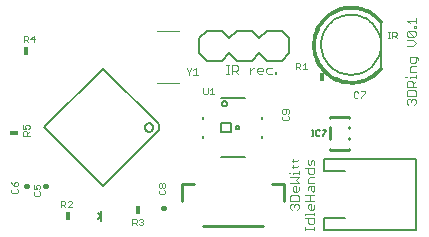
<source format=gto>
G75*
%MOIN*%
%OFA0B0*%
%FSLAX24Y24*%
%IPPOS*%
%LPD*%
%AMOC8*
5,1,8,0,0,1.08239X$1,22.5*
%
%ADD10C,0.0030*%
%ADD11C,0.0080*%
%ADD12C,0.0160*%
%ADD13C,0.0020*%
%ADD14R,0.0160X0.0280*%
%ADD15C,0.0060*%
%ADD16C,0.0040*%
%ADD17C,0.0100*%
%ADD18C,0.0050*%
%ADD19C,0.0010*%
%ADD20R,0.0280X0.0160*%
D10*
X010589Y005510D02*
X010685Y005510D01*
X010637Y005510D02*
X010637Y005800D01*
X010589Y005800D02*
X010685Y005800D01*
X010785Y005800D02*
X010930Y005800D01*
X010979Y005752D01*
X010979Y005655D01*
X010930Y005607D01*
X010785Y005607D01*
X010882Y005607D02*
X010979Y005510D01*
X010785Y005510D02*
X010785Y005800D01*
X011374Y005703D02*
X011374Y005510D01*
X011374Y005607D02*
X011471Y005703D01*
X011520Y005703D01*
X011620Y005655D02*
X011668Y005703D01*
X011765Y005703D01*
X011813Y005655D01*
X011813Y005607D01*
X011620Y005607D01*
X011620Y005655D02*
X011620Y005558D01*
X011668Y005510D01*
X011765Y005510D01*
X011915Y005558D02*
X011963Y005510D01*
X012108Y005510D01*
X012209Y005510D02*
X012258Y005510D01*
X012258Y005558D01*
X012209Y005558D01*
X012209Y005510D01*
X011915Y005558D02*
X011915Y005655D01*
X011963Y005703D01*
X012108Y005703D01*
X016559Y005419D02*
X016607Y005419D01*
X016704Y005419D02*
X016897Y005419D01*
X016897Y005467D02*
X016897Y005370D01*
X016704Y005370D02*
X016704Y005419D01*
X016704Y005567D02*
X016704Y005712D01*
X016752Y005760D01*
X016897Y005760D01*
X016849Y005861D02*
X016752Y005861D01*
X016704Y005910D01*
X016704Y006055D01*
X016946Y006055D01*
X016994Y006007D01*
X016994Y005958D01*
X016897Y005910D02*
X016849Y005861D01*
X016897Y005910D02*
X016897Y006055D01*
X016801Y006451D02*
X016607Y006451D01*
X016801Y006451D02*
X016897Y006547D01*
X016801Y006644D01*
X016607Y006644D01*
X016655Y006745D02*
X016607Y006794D01*
X016607Y006890D01*
X016655Y006939D01*
X016849Y006745D01*
X016897Y006794D01*
X016897Y006890D01*
X016849Y006939D01*
X016655Y006939D01*
X016849Y007040D02*
X016849Y007088D01*
X016897Y007088D01*
X016897Y007040D01*
X016849Y007040D01*
X016897Y007187D02*
X016897Y007381D01*
X016897Y007284D02*
X016607Y007284D01*
X016704Y007187D01*
X016655Y006745D02*
X016849Y006745D01*
X016897Y005567D02*
X016704Y005567D01*
X016752Y005269D02*
X016801Y005221D01*
X016801Y005076D01*
X016897Y005076D02*
X016607Y005076D01*
X016607Y005221D01*
X016655Y005269D01*
X016752Y005269D01*
X016801Y005172D02*
X016897Y005269D01*
X016849Y004974D02*
X016655Y004974D01*
X016607Y004926D01*
X016607Y004781D01*
X016897Y004781D01*
X016897Y004926D01*
X016849Y004974D01*
X016849Y004680D02*
X016897Y004631D01*
X016897Y004535D01*
X016849Y004486D01*
X016655Y004486D02*
X016607Y004535D01*
X016607Y004631D01*
X016655Y004680D01*
X016704Y004680D01*
X016752Y004631D01*
X016801Y004680D01*
X016849Y004680D01*
X016752Y004631D02*
X016752Y004583D01*
X013516Y002605D02*
X013468Y002653D01*
X013420Y002605D01*
X013420Y002508D01*
X013371Y002459D01*
X013323Y002508D01*
X013323Y002653D01*
X013516Y002605D02*
X013516Y002459D01*
X013516Y002358D02*
X013226Y002358D01*
X013323Y002358D02*
X013323Y002213D01*
X013371Y002165D01*
X013468Y002165D01*
X013516Y002213D01*
X013516Y002358D01*
X013516Y002064D02*
X013371Y002064D01*
X013323Y002015D01*
X013323Y001870D01*
X013516Y001870D01*
X013516Y001769D02*
X013371Y001769D01*
X013323Y001721D01*
X013323Y001624D01*
X013420Y001624D02*
X013420Y001769D01*
X013516Y001769D02*
X013516Y001624D01*
X013468Y001575D01*
X013420Y001624D01*
X013371Y001474D02*
X013371Y001281D01*
X013516Y001281D02*
X013226Y001281D01*
X013005Y001281D02*
X013005Y001426D01*
X012956Y001474D01*
X012763Y001474D01*
X012714Y001426D01*
X012714Y001281D01*
X013005Y001281D01*
X012956Y001180D02*
X013005Y001131D01*
X013005Y001035D01*
X012956Y000986D01*
X012860Y001083D02*
X012860Y001131D01*
X012908Y001180D01*
X012956Y001180D01*
X012860Y001131D02*
X012811Y001180D01*
X012763Y001180D01*
X012714Y001131D01*
X012714Y001035D01*
X012763Y000986D01*
X013226Y000838D02*
X013516Y000838D01*
X013516Y000790D02*
X013516Y000886D01*
X013468Y000986D02*
X013371Y000986D01*
X013323Y001035D01*
X013323Y001131D01*
X013371Y001180D01*
X013420Y001180D01*
X013420Y000986D01*
X013468Y000986D02*
X013516Y001035D01*
X013516Y001131D01*
X013516Y001474D02*
X013226Y001474D01*
X013005Y001624D02*
X012956Y001575D01*
X012860Y001575D01*
X012811Y001624D01*
X012811Y001721D01*
X012860Y001769D01*
X012908Y001769D01*
X012908Y001575D01*
X013005Y001624D02*
X013005Y001721D01*
X013005Y001870D02*
X012714Y001870D01*
X012908Y001967D02*
X013005Y002064D01*
X012714Y002064D01*
X012811Y002165D02*
X012811Y002213D01*
X013005Y002213D01*
X013005Y002165D02*
X013005Y002261D01*
X012811Y002361D02*
X012811Y002458D01*
X012763Y002410D02*
X012956Y002410D01*
X013005Y002458D01*
X012811Y002558D02*
X012811Y002654D01*
X012763Y002606D02*
X012956Y002606D01*
X013005Y002654D01*
X012714Y002213D02*
X012666Y002213D01*
X012908Y001967D02*
X013005Y001870D01*
X013226Y000838D02*
X013226Y000790D01*
X013226Y000689D02*
X013516Y000689D01*
X013516Y000543D01*
X013468Y000495D01*
X013371Y000495D01*
X013323Y000543D01*
X013323Y000689D01*
X013226Y000395D02*
X013226Y000299D01*
X013226Y000347D02*
X013516Y000347D01*
X013516Y000299D02*
X013516Y000395D01*
D11*
X013841Y000298D02*
X013841Y000692D01*
X014550Y000692D01*
X013841Y000298D02*
X016912Y000298D01*
X016912Y002660D01*
X013841Y002660D01*
X013841Y002267D01*
X014550Y002267D01*
X011794Y003369D02*
X011794Y003448D01*
X011010Y003673D02*
X010910Y003673D01*
X010910Y003773D01*
X011010Y003773D01*
X011010Y003673D01*
X010760Y003573D02*
X010410Y003573D01*
X010410Y003873D01*
X010760Y003873D01*
X010760Y003573D01*
X009826Y003448D02*
X009826Y003369D01*
X009826Y003999D02*
X009826Y004078D01*
X010446Y004511D02*
X010448Y004529D01*
X010454Y004547D01*
X010463Y004563D01*
X010475Y004576D01*
X010490Y004587D01*
X010507Y004595D01*
X010525Y004599D01*
X010543Y004599D01*
X010561Y004595D01*
X010578Y004587D01*
X010593Y004576D01*
X010605Y004563D01*
X010614Y004547D01*
X010620Y004529D01*
X010622Y004511D01*
X010620Y004493D01*
X010614Y004475D01*
X010605Y004459D01*
X010593Y004446D01*
X010578Y004435D01*
X010561Y004427D01*
X010543Y004423D01*
X010525Y004423D01*
X010507Y004427D01*
X010490Y004435D01*
X010475Y004446D01*
X010463Y004459D01*
X010454Y004475D01*
X010448Y004493D01*
X010446Y004511D01*
X010416Y004708D02*
X011204Y004708D01*
X011794Y004078D02*
X011794Y003999D01*
X011204Y002739D02*
X010416Y002739D01*
X006428Y000952D02*
X006428Y000771D01*
X006306Y000679D01*
X006428Y000589D02*
X006428Y000771D01*
X006422Y000781D02*
X006306Y000857D01*
X015747Y005729D02*
X015747Y007229D01*
X012680Y006690D02*
X012680Y006190D01*
X012430Y005940D01*
X011930Y005940D01*
X011680Y006190D01*
X011430Y005940D01*
X010930Y005940D01*
X010680Y006190D01*
X010430Y005940D01*
X009930Y005940D01*
X009680Y006190D01*
X009680Y006690D01*
X009930Y006940D01*
X010430Y006940D01*
X010680Y006690D01*
X010930Y006940D01*
X011430Y006940D01*
X011680Y006690D01*
X011930Y006940D01*
X012430Y006940D01*
X012680Y006690D01*
D12*
X004562Y001763D02*
X004538Y001763D01*
X003932Y001755D02*
X003908Y001755D01*
X008475Y001023D02*
X008499Y001023D01*
D13*
X003452Y001533D02*
X003415Y001570D01*
X003415Y001643D01*
X003452Y001680D01*
X003525Y001754D02*
X003525Y001864D01*
X003562Y001901D01*
X003598Y001901D01*
X003635Y001864D01*
X003635Y001791D01*
X003598Y001754D01*
X003525Y001754D01*
X003452Y001827D01*
X003415Y001901D01*
X003598Y001680D02*
X003635Y001643D01*
X003635Y001570D01*
X003598Y001533D01*
X003452Y001533D01*
X004166Y001555D02*
X004166Y001481D01*
X004202Y001444D01*
X004349Y001444D01*
X004386Y001481D01*
X004386Y001555D01*
X004349Y001591D01*
X004349Y001665D02*
X004386Y001702D01*
X004386Y001776D01*
X004349Y001812D01*
X004276Y001812D01*
X004239Y001776D01*
X004239Y001739D01*
X004276Y001665D01*
X004166Y001665D01*
X004166Y001812D01*
X004202Y001591D02*
X004166Y001555D01*
X005076Y001276D02*
X005186Y001276D01*
X005223Y001239D01*
X005223Y001166D01*
X005186Y001129D01*
X005076Y001129D01*
X005076Y001056D02*
X005076Y001276D01*
X005297Y001239D02*
X005334Y001276D01*
X005407Y001276D01*
X005444Y001239D01*
X005444Y001202D01*
X005297Y001056D01*
X005444Y001056D01*
X005223Y001056D02*
X005150Y001129D01*
X007460Y000683D02*
X007460Y000462D01*
X007460Y000536D02*
X007570Y000536D01*
X007607Y000572D01*
X007607Y000646D01*
X007570Y000683D01*
X007460Y000683D01*
X007681Y000646D02*
X007718Y000683D01*
X007791Y000683D01*
X007828Y000646D01*
X007828Y000609D01*
X007791Y000572D01*
X007828Y000536D01*
X007828Y000499D01*
X007791Y000462D01*
X007718Y000462D01*
X007681Y000499D01*
X007607Y000462D02*
X007534Y000536D01*
X007755Y000572D02*
X007791Y000572D01*
X008376Y001492D02*
X008522Y001492D01*
X008559Y001528D01*
X008559Y001602D01*
X008522Y001639D01*
X008522Y001713D02*
X008486Y001713D01*
X008449Y001749D01*
X008449Y001823D01*
X008486Y001860D01*
X008522Y001860D01*
X008559Y001823D01*
X008559Y001749D01*
X008522Y001713D01*
X008449Y001749D02*
X008412Y001713D01*
X008376Y001713D01*
X008339Y001749D01*
X008339Y001823D01*
X008376Y001860D01*
X008412Y001860D01*
X008449Y001823D01*
X008376Y001639D02*
X008339Y001602D01*
X008339Y001528D01*
X008376Y001492D01*
X004031Y003444D02*
X003811Y003444D01*
X003811Y003555D01*
X003848Y003591D01*
X003921Y003591D01*
X003958Y003555D01*
X003958Y003444D01*
X003958Y003518D02*
X004031Y003591D01*
X003995Y003665D02*
X004031Y003702D01*
X004031Y003776D01*
X003995Y003812D01*
X003921Y003812D01*
X003885Y003776D01*
X003885Y003739D01*
X003921Y003665D01*
X003811Y003665D01*
X003811Y003812D01*
X009269Y005659D02*
X009342Y005585D01*
X009342Y005475D01*
X009342Y005585D02*
X009416Y005659D01*
X009416Y005695D01*
X009490Y005622D02*
X009563Y005695D01*
X009563Y005475D01*
X009490Y005475D02*
X009637Y005475D01*
X009269Y005659D02*
X009269Y005695D01*
X009820Y005053D02*
X009820Y004870D01*
X009857Y004833D01*
X009930Y004833D01*
X009967Y004870D01*
X009967Y005053D01*
X010041Y004980D02*
X010114Y005053D01*
X010114Y004833D01*
X010041Y004833D02*
X010188Y004833D01*
X012456Y004287D02*
X012456Y004213D01*
X012492Y004177D01*
X012529Y004177D01*
X012566Y004213D01*
X012566Y004324D01*
X012639Y004324D02*
X012492Y004324D01*
X012456Y004287D01*
X012639Y004324D02*
X012676Y004287D01*
X012676Y004213D01*
X012639Y004177D01*
X012639Y004103D02*
X012676Y004066D01*
X012676Y003992D01*
X012639Y003956D01*
X012492Y003956D01*
X012456Y003992D01*
X012456Y004066D01*
X012492Y004103D01*
X014841Y004737D02*
X014877Y004700D01*
X014951Y004700D01*
X014987Y004737D01*
X015062Y004737D02*
X015062Y004700D01*
X015062Y004737D02*
X015208Y004883D01*
X015208Y004920D01*
X015062Y004920D01*
X014987Y004883D02*
X014951Y004920D01*
X014877Y004920D01*
X014841Y004883D01*
X014841Y004737D01*
X013279Y005662D02*
X013132Y005662D01*
X013205Y005662D02*
X013205Y005882D01*
X013132Y005809D01*
X013058Y005845D02*
X013058Y005772D01*
X013021Y005735D01*
X012911Y005735D01*
X012911Y005662D02*
X012911Y005882D01*
X013021Y005882D01*
X013058Y005845D01*
X012984Y005735D02*
X013058Y005662D01*
X015968Y006699D02*
X016041Y006699D01*
X016004Y006699D02*
X016004Y006919D01*
X015968Y006919D02*
X016041Y006919D01*
X016115Y006919D02*
X016225Y006919D01*
X016262Y006883D01*
X016262Y006809D01*
X016225Y006773D01*
X016115Y006773D01*
X016188Y006773D02*
X016262Y006699D01*
X016115Y006699D02*
X016115Y006919D01*
X004206Y006675D02*
X004059Y006675D01*
X004169Y006785D01*
X004169Y006565D01*
X003985Y006565D02*
X003912Y006638D01*
X003948Y006638D02*
X003838Y006638D01*
X003838Y006565D02*
X003838Y006785D01*
X003948Y006785D01*
X003985Y006748D01*
X003985Y006675D01*
X003948Y006638D01*
D14*
X003920Y006282D03*
X013763Y005416D03*
X007660Y000967D03*
X005298Y000771D03*
D15*
X006479Y001772D02*
X008332Y003624D01*
X008332Y003822D01*
X006479Y005675D01*
X004528Y003723D01*
X006479Y001772D01*
X007866Y003723D02*
X007868Y003746D01*
X007874Y003769D01*
X007883Y003790D01*
X007896Y003810D01*
X007912Y003827D01*
X007930Y003841D01*
X007950Y003852D01*
X007972Y003860D01*
X007995Y003864D01*
X008019Y003864D01*
X008042Y003860D01*
X008064Y003852D01*
X008084Y003841D01*
X008102Y003827D01*
X008118Y003810D01*
X008131Y003790D01*
X008140Y003769D01*
X008146Y003746D01*
X008148Y003723D01*
X008146Y003700D01*
X008140Y003677D01*
X008131Y003656D01*
X008118Y003636D01*
X008102Y003619D01*
X008084Y003605D01*
X008064Y003594D01*
X008042Y003586D01*
X008019Y003582D01*
X007995Y003582D01*
X007972Y003586D01*
X007950Y003594D01*
X007930Y003605D01*
X007912Y003619D01*
X007896Y003636D01*
X007883Y003656D01*
X007874Y003677D01*
X007868Y003700D01*
X007866Y003723D01*
X013747Y006479D02*
X013749Y006542D01*
X013755Y006604D01*
X013765Y006666D01*
X013778Y006728D01*
X013796Y006788D01*
X013817Y006847D01*
X013842Y006905D01*
X013871Y006961D01*
X013903Y007015D01*
X013938Y007067D01*
X013976Y007116D01*
X014018Y007164D01*
X014062Y007208D01*
X014110Y007250D01*
X014159Y007288D01*
X014211Y007323D01*
X014265Y007355D01*
X014321Y007384D01*
X014379Y007409D01*
X014438Y007430D01*
X014498Y007448D01*
X014560Y007461D01*
X014622Y007471D01*
X014684Y007477D01*
X014747Y007479D01*
X014810Y007477D01*
X014872Y007471D01*
X014934Y007461D01*
X014996Y007448D01*
X015056Y007430D01*
X015115Y007409D01*
X015173Y007384D01*
X015229Y007355D01*
X015283Y007323D01*
X015335Y007288D01*
X015384Y007250D01*
X015432Y007208D01*
X015476Y007164D01*
X015518Y007116D01*
X015556Y007067D01*
X015591Y007015D01*
X015623Y006961D01*
X015652Y006905D01*
X015677Y006847D01*
X015698Y006788D01*
X015716Y006728D01*
X015729Y006666D01*
X015739Y006604D01*
X015745Y006542D01*
X015747Y006479D01*
X015745Y006416D01*
X015739Y006354D01*
X015729Y006292D01*
X015716Y006230D01*
X015698Y006170D01*
X015677Y006111D01*
X015652Y006053D01*
X015623Y005997D01*
X015591Y005943D01*
X015556Y005891D01*
X015518Y005842D01*
X015476Y005794D01*
X015432Y005750D01*
X015384Y005708D01*
X015335Y005670D01*
X015283Y005635D01*
X015229Y005603D01*
X015173Y005574D01*
X015115Y005549D01*
X015056Y005528D01*
X014996Y005510D01*
X014934Y005497D01*
X014872Y005487D01*
X014810Y005481D01*
X014747Y005479D01*
X014684Y005481D01*
X014622Y005487D01*
X014560Y005497D01*
X014498Y005510D01*
X014438Y005528D01*
X014379Y005549D01*
X014321Y005574D01*
X014265Y005603D01*
X014211Y005635D01*
X014159Y005670D01*
X014110Y005708D01*
X014062Y005750D01*
X014018Y005794D01*
X013976Y005842D01*
X013938Y005891D01*
X013903Y005943D01*
X013871Y005997D01*
X013842Y006053D01*
X013817Y006111D01*
X013796Y006170D01*
X013778Y006230D01*
X013765Y006292D01*
X013755Y006354D01*
X013749Y006416D01*
X013747Y006479D01*
D16*
X009019Y006952D02*
X008271Y006952D01*
X008271Y005219D02*
X009019Y005219D01*
D17*
X014034Y004086D02*
X014034Y004049D01*
X014034Y004086D02*
X014672Y004086D01*
X014672Y004049D01*
X014672Y003732D02*
X014672Y003695D01*
X014034Y003732D02*
X014034Y003321D01*
X014672Y003321D02*
X014672Y003358D01*
X014672Y003004D02*
X014672Y002966D01*
X014034Y002966D01*
X014034Y003004D01*
X012510Y001836D02*
X012110Y001836D01*
X012510Y001836D02*
X012510Y001286D01*
X011810Y000436D02*
X009810Y000436D01*
X009110Y001286D02*
X009110Y001836D01*
X009510Y001836D01*
D18*
X013431Y003435D02*
X013495Y003435D01*
X013463Y003435D02*
X013463Y003625D01*
X013431Y003625D02*
X013495Y003625D01*
X013579Y003594D02*
X013610Y003625D01*
X013674Y003625D01*
X013705Y003594D01*
X013800Y003625D02*
X013926Y003625D01*
X013926Y003594D01*
X013800Y003467D01*
X013800Y003435D01*
X013705Y003467D02*
X013674Y003435D01*
X013610Y003435D01*
X013579Y003467D01*
X013579Y003594D01*
D19*
X015779Y007259D02*
X015707Y007205D01*
X015708Y007206D02*
X015665Y007259D01*
X015620Y007310D01*
X015571Y007358D01*
X015520Y007403D01*
X015466Y007446D01*
X015410Y007485D01*
X015352Y007521D01*
X015292Y007554D01*
X015231Y007583D01*
X015167Y007608D01*
X015103Y007630D01*
X015037Y007649D01*
X014970Y007663D01*
X014903Y007674D01*
X014835Y007681D01*
X014767Y007684D01*
X014698Y007683D01*
X014630Y007678D01*
X014562Y007670D01*
X014495Y007657D01*
X014429Y007641D01*
X014364Y007621D01*
X014299Y007598D01*
X014237Y007571D01*
X014176Y007540D01*
X014117Y007506D01*
X014059Y007469D01*
X014004Y007428D01*
X013952Y007384D01*
X013902Y007338D01*
X013855Y007289D01*
X013810Y007237D01*
X013769Y007183D01*
X013730Y007126D01*
X013695Y007067D01*
X013664Y007007D01*
X013636Y006945D01*
X013611Y006881D01*
X013590Y006816D01*
X013573Y006750D01*
X013559Y006683D01*
X013550Y006615D01*
X013544Y006547D01*
X013542Y006479D01*
X013544Y006411D01*
X013550Y006343D01*
X013559Y006275D01*
X013573Y006208D01*
X013590Y006142D01*
X013611Y006077D01*
X013636Y006013D01*
X013664Y005951D01*
X013695Y005891D01*
X013730Y005832D01*
X013769Y005775D01*
X013810Y005721D01*
X013855Y005669D01*
X013902Y005620D01*
X013952Y005574D01*
X014004Y005530D01*
X014059Y005489D01*
X014117Y005452D01*
X014176Y005418D01*
X014237Y005387D01*
X014299Y005360D01*
X014364Y005337D01*
X014429Y005317D01*
X014495Y005301D01*
X014562Y005288D01*
X014630Y005280D01*
X014698Y005275D01*
X014767Y005274D01*
X014835Y005277D01*
X014903Y005284D01*
X014970Y005295D01*
X015037Y005309D01*
X015103Y005328D01*
X015167Y005350D01*
X015231Y005375D01*
X015292Y005404D01*
X015352Y005437D01*
X015410Y005473D01*
X015466Y005512D01*
X015520Y005555D01*
X015571Y005600D01*
X015620Y005648D01*
X015665Y005699D01*
X015708Y005752D01*
X015779Y005699D01*
X015780Y005698D01*
X015736Y005643D01*
X015688Y005590D01*
X015638Y005539D01*
X015585Y005492D01*
X015530Y005448D01*
X015472Y005406D01*
X015412Y005368D01*
X015351Y005333D01*
X015287Y005302D01*
X015222Y005274D01*
X015155Y005250D01*
X015087Y005229D01*
X015018Y005213D01*
X014948Y005200D01*
X014878Y005191D01*
X014807Y005185D01*
X014736Y005184D01*
X014665Y005187D01*
X014594Y005193D01*
X014524Y005203D01*
X014455Y005217D01*
X014386Y005235D01*
X014318Y005257D01*
X014252Y005282D01*
X014187Y005311D01*
X014124Y005344D01*
X014063Y005380D01*
X014004Y005419D01*
X013947Y005461D01*
X013892Y005506D01*
X013840Y005555D01*
X013791Y005606D01*
X013744Y005659D01*
X013701Y005716D01*
X013661Y005774D01*
X013624Y005835D01*
X013590Y005897D01*
X013560Y005961D01*
X013533Y006027D01*
X013510Y006094D01*
X013491Y006163D01*
X013476Y006232D01*
X013464Y006302D01*
X013456Y006373D01*
X013452Y006444D01*
X013452Y006514D01*
X013456Y006585D01*
X013464Y006656D01*
X013476Y006726D01*
X013491Y006795D01*
X013510Y006864D01*
X013533Y006931D01*
X013560Y006997D01*
X013590Y007061D01*
X013624Y007123D01*
X013661Y007184D01*
X013701Y007242D01*
X013744Y007299D01*
X013791Y007352D01*
X013840Y007403D01*
X013892Y007452D01*
X013947Y007497D01*
X014004Y007539D01*
X014063Y007578D01*
X014124Y007614D01*
X014187Y007647D01*
X014252Y007676D01*
X014318Y007701D01*
X014386Y007723D01*
X014455Y007741D01*
X014524Y007755D01*
X014594Y007765D01*
X014665Y007771D01*
X014736Y007774D01*
X014807Y007773D01*
X014878Y007767D01*
X014948Y007758D01*
X015018Y007745D01*
X015087Y007729D01*
X015155Y007708D01*
X015222Y007684D01*
X015287Y007656D01*
X015351Y007625D01*
X015412Y007590D01*
X015472Y007552D01*
X015530Y007510D01*
X015585Y007466D01*
X015638Y007419D01*
X015688Y007368D01*
X015736Y007315D01*
X015780Y007260D01*
X015773Y007255D01*
X015728Y007310D01*
X015681Y007363D01*
X015630Y007414D01*
X015577Y007461D01*
X015521Y007506D01*
X015463Y007547D01*
X015403Y007585D01*
X015341Y007620D01*
X015277Y007651D01*
X015211Y007678D01*
X015144Y007702D01*
X015075Y007722D01*
X015006Y007739D01*
X014936Y007751D01*
X014865Y007760D01*
X014794Y007764D01*
X014723Y007765D01*
X014652Y007761D01*
X014581Y007754D01*
X014510Y007743D01*
X014441Y007728D01*
X014372Y007709D01*
X014304Y007686D01*
X014238Y007660D01*
X014173Y007630D01*
X014111Y007596D01*
X014050Y007560D01*
X013991Y007519D01*
X013934Y007476D01*
X013880Y007429D01*
X013829Y007380D01*
X013781Y007327D01*
X013735Y007273D01*
X013693Y007215D01*
X013654Y007156D01*
X013618Y007094D01*
X013585Y007031D01*
X013557Y006966D01*
X013531Y006899D01*
X013510Y006831D01*
X013492Y006762D01*
X013479Y006692D01*
X013469Y006621D01*
X013463Y006550D01*
X013461Y006479D01*
X013463Y006408D01*
X013469Y006337D01*
X013479Y006266D01*
X013492Y006196D01*
X013510Y006127D01*
X013531Y006059D01*
X013557Y005992D01*
X013585Y005927D01*
X013618Y005864D01*
X013654Y005802D01*
X013693Y005743D01*
X013735Y005685D01*
X013781Y005631D01*
X013829Y005578D01*
X013880Y005529D01*
X013934Y005482D01*
X013991Y005439D01*
X014050Y005398D01*
X014111Y005362D01*
X014173Y005328D01*
X014238Y005298D01*
X014304Y005272D01*
X014372Y005249D01*
X014441Y005230D01*
X014510Y005215D01*
X014581Y005204D01*
X014652Y005197D01*
X014723Y005193D01*
X014794Y005194D01*
X014865Y005198D01*
X014936Y005207D01*
X015006Y005219D01*
X015075Y005236D01*
X015144Y005256D01*
X015211Y005280D01*
X015277Y005307D01*
X015341Y005338D01*
X015403Y005373D01*
X015463Y005411D01*
X015521Y005452D01*
X015577Y005497D01*
X015630Y005544D01*
X015681Y005595D01*
X015728Y005648D01*
X015773Y005703D01*
X015766Y005709D01*
X015721Y005654D01*
X015674Y005601D01*
X015624Y005551D01*
X015571Y005504D01*
X015516Y005460D01*
X015458Y005418D01*
X015399Y005381D01*
X015337Y005346D01*
X015273Y005315D01*
X015208Y005288D01*
X015141Y005264D01*
X015073Y005244D01*
X015004Y005228D01*
X014935Y005216D01*
X014864Y005207D01*
X014794Y005203D01*
X014723Y005202D01*
X014652Y005206D01*
X014582Y005213D01*
X014512Y005224D01*
X014443Y005239D01*
X014375Y005258D01*
X014307Y005280D01*
X014242Y005306D01*
X014177Y005336D01*
X014115Y005369D01*
X014055Y005406D01*
X013996Y005446D01*
X013940Y005489D01*
X013886Y005535D01*
X013836Y005585D01*
X013787Y005636D01*
X013742Y005691D01*
X013700Y005748D01*
X013661Y005807D01*
X013626Y005868D01*
X013593Y005931D01*
X013565Y005996D01*
X013540Y006062D01*
X013519Y006130D01*
X013501Y006198D01*
X013488Y006268D01*
X013478Y006338D01*
X013472Y006408D01*
X013470Y006479D01*
X013472Y006550D01*
X013478Y006620D01*
X013488Y006690D01*
X013501Y006760D01*
X013519Y006828D01*
X013540Y006896D01*
X013565Y006962D01*
X013593Y007027D01*
X013626Y007090D01*
X013661Y007151D01*
X013700Y007210D01*
X013742Y007267D01*
X013787Y007322D01*
X013836Y007373D01*
X013886Y007423D01*
X013940Y007469D01*
X013996Y007512D01*
X014055Y007552D01*
X014115Y007589D01*
X014177Y007622D01*
X014242Y007652D01*
X014307Y007678D01*
X014375Y007700D01*
X014443Y007719D01*
X014512Y007734D01*
X014582Y007745D01*
X014652Y007752D01*
X014723Y007756D01*
X014794Y007755D01*
X014864Y007751D01*
X014935Y007742D01*
X015004Y007730D01*
X015073Y007714D01*
X015141Y007694D01*
X015208Y007670D01*
X015273Y007643D01*
X015337Y007612D01*
X015399Y007577D01*
X015458Y007540D01*
X015516Y007498D01*
X015571Y007454D01*
X015624Y007407D01*
X015674Y007357D01*
X015721Y007304D01*
X015766Y007249D01*
X015758Y007244D01*
X015714Y007299D01*
X015666Y007352D01*
X015616Y007402D01*
X015563Y007450D01*
X015507Y007494D01*
X015449Y007535D01*
X015389Y007572D01*
X015327Y007607D01*
X015263Y007637D01*
X015197Y007664D01*
X015130Y007688D01*
X015062Y007707D01*
X014992Y007723D01*
X014922Y007735D01*
X014852Y007743D01*
X014781Y007747D01*
X014710Y007746D01*
X014639Y007742D01*
X014568Y007734D01*
X014498Y007722D01*
X014429Y007706D01*
X014361Y007687D01*
X014293Y007663D01*
X014228Y007636D01*
X014164Y007605D01*
X014102Y007571D01*
X014042Y007533D01*
X013984Y007491D01*
X013928Y007447D01*
X013875Y007400D01*
X013825Y007349D01*
X013778Y007296D01*
X013733Y007241D01*
X013692Y007183D01*
X013655Y007123D01*
X013620Y007060D01*
X013589Y006996D01*
X013562Y006931D01*
X013539Y006864D01*
X013519Y006795D01*
X013503Y006726D01*
X013491Y006656D01*
X013483Y006585D01*
X013479Y006515D01*
X013479Y006443D01*
X013483Y006373D01*
X013491Y006302D01*
X013503Y006232D01*
X013519Y006163D01*
X013539Y006094D01*
X013562Y006027D01*
X013589Y005962D01*
X013620Y005898D01*
X013655Y005835D01*
X013692Y005775D01*
X013733Y005717D01*
X013778Y005662D01*
X013825Y005609D01*
X013875Y005558D01*
X013928Y005511D01*
X013984Y005467D01*
X014042Y005425D01*
X014102Y005387D01*
X014164Y005353D01*
X014228Y005322D01*
X014293Y005295D01*
X014361Y005271D01*
X014429Y005252D01*
X014498Y005236D01*
X014568Y005224D01*
X014639Y005216D01*
X014710Y005212D01*
X014781Y005211D01*
X014852Y005215D01*
X014922Y005223D01*
X014992Y005235D01*
X015062Y005251D01*
X015130Y005270D01*
X015197Y005294D01*
X015263Y005321D01*
X015327Y005351D01*
X015389Y005386D01*
X015449Y005423D01*
X015507Y005464D01*
X015563Y005508D01*
X015616Y005556D01*
X015666Y005606D01*
X015714Y005659D01*
X015758Y005714D01*
X015751Y005720D01*
X015707Y005665D01*
X015660Y005612D01*
X015610Y005562D01*
X015557Y005515D01*
X015502Y005471D01*
X015444Y005431D01*
X015385Y005393D01*
X015323Y005359D01*
X015259Y005329D01*
X015194Y005302D01*
X015127Y005279D01*
X015059Y005259D01*
X014991Y005244D01*
X014921Y005232D01*
X014851Y005224D01*
X014780Y005220D01*
X014710Y005221D01*
X014639Y005225D01*
X014569Y005233D01*
X014500Y005245D01*
X014431Y005260D01*
X014363Y005280D01*
X014297Y005303D01*
X014232Y005330D01*
X014168Y005361D01*
X014106Y005395D01*
X014047Y005433D01*
X013989Y005474D01*
X013934Y005518D01*
X013881Y005565D01*
X013832Y005615D01*
X013785Y005667D01*
X013741Y005723D01*
X013700Y005780D01*
X013662Y005840D01*
X013628Y005902D01*
X013598Y005965D01*
X013571Y006030D01*
X013547Y006097D01*
X013528Y006165D01*
X013512Y006234D01*
X013500Y006303D01*
X013492Y006373D01*
X013488Y006444D01*
X013488Y006514D01*
X013492Y006585D01*
X013500Y006655D01*
X013512Y006724D01*
X013528Y006793D01*
X013547Y006861D01*
X013571Y006928D01*
X013598Y006993D01*
X013628Y007056D01*
X013662Y007118D01*
X013700Y007178D01*
X013741Y007235D01*
X013785Y007291D01*
X013832Y007343D01*
X013881Y007393D01*
X013934Y007440D01*
X013989Y007484D01*
X014047Y007525D01*
X014106Y007563D01*
X014168Y007597D01*
X014232Y007628D01*
X014297Y007655D01*
X014363Y007678D01*
X014431Y007698D01*
X014500Y007713D01*
X014569Y007725D01*
X014639Y007733D01*
X014710Y007737D01*
X014780Y007738D01*
X014851Y007734D01*
X014921Y007726D01*
X014991Y007714D01*
X015059Y007699D01*
X015127Y007679D01*
X015194Y007656D01*
X015259Y007629D01*
X015323Y007599D01*
X015385Y007565D01*
X015444Y007527D01*
X015502Y007487D01*
X015557Y007443D01*
X015610Y007396D01*
X015660Y007346D01*
X015707Y007293D01*
X015751Y007238D01*
X015744Y007233D01*
X015700Y007288D01*
X015653Y007340D01*
X015604Y007389D01*
X015551Y007436D01*
X015497Y007479D01*
X015439Y007520D01*
X015380Y007557D01*
X015319Y007591D01*
X015255Y007621D01*
X015191Y007648D01*
X015124Y007671D01*
X015057Y007690D01*
X014989Y007705D01*
X014920Y007717D01*
X014850Y007725D01*
X014780Y007729D01*
X014710Y007728D01*
X014640Y007724D01*
X014571Y007716D01*
X014502Y007705D01*
X014433Y007689D01*
X014366Y007670D01*
X014300Y007646D01*
X014235Y007619D01*
X014172Y007589D01*
X014111Y007555D01*
X014052Y007518D01*
X013994Y007477D01*
X013940Y007433D01*
X013888Y007387D01*
X013838Y007337D01*
X013791Y007285D01*
X013748Y007230D01*
X013707Y007173D01*
X013670Y007114D01*
X013636Y007052D01*
X013606Y006989D01*
X013579Y006924D01*
X013556Y006858D01*
X013537Y006791D01*
X013521Y006723D01*
X013509Y006654D01*
X013501Y006584D01*
X013497Y006514D01*
X013497Y006444D01*
X013501Y006374D01*
X013509Y006304D01*
X013521Y006235D01*
X013537Y006167D01*
X013556Y006100D01*
X013579Y006034D01*
X013606Y005969D01*
X013636Y005906D01*
X013670Y005844D01*
X013707Y005785D01*
X013748Y005728D01*
X013791Y005673D01*
X013838Y005621D01*
X013888Y005571D01*
X013940Y005525D01*
X013994Y005481D01*
X014052Y005440D01*
X014111Y005403D01*
X014172Y005369D01*
X014235Y005339D01*
X014300Y005312D01*
X014366Y005288D01*
X014433Y005269D01*
X014502Y005253D01*
X014571Y005242D01*
X014640Y005234D01*
X014710Y005230D01*
X014780Y005229D01*
X014850Y005233D01*
X014920Y005241D01*
X014989Y005253D01*
X015057Y005268D01*
X015124Y005287D01*
X015191Y005310D01*
X015255Y005337D01*
X015319Y005367D01*
X015380Y005401D01*
X015439Y005438D01*
X015497Y005479D01*
X015551Y005522D01*
X015604Y005569D01*
X015653Y005618D01*
X015700Y005670D01*
X015744Y005725D01*
X015737Y005730D01*
X015693Y005676D01*
X015647Y005624D01*
X015598Y005575D01*
X015546Y005529D01*
X015491Y005486D01*
X015434Y005446D01*
X015375Y005409D01*
X015314Y005375D01*
X015252Y005345D01*
X015187Y005319D01*
X015122Y005296D01*
X015055Y005277D01*
X014987Y005261D01*
X014918Y005250D01*
X014849Y005242D01*
X014780Y005238D01*
X014710Y005239D01*
X014641Y005243D01*
X014572Y005250D01*
X014503Y005262D01*
X014436Y005278D01*
X014369Y005297D01*
X014303Y005320D01*
X014239Y005347D01*
X014176Y005377D01*
X014115Y005411D01*
X014057Y005448D01*
X014000Y005488D01*
X013946Y005531D01*
X013894Y005578D01*
X013845Y005627D01*
X013798Y005679D01*
X013755Y005733D01*
X013715Y005790D01*
X013678Y005849D01*
X013644Y005910D01*
X013614Y005973D01*
X013587Y006037D01*
X013564Y006102D01*
X013545Y006169D01*
X013530Y006237D01*
X013518Y006306D01*
X013510Y006375D01*
X013506Y006444D01*
X013506Y006514D01*
X013510Y006583D01*
X013518Y006652D01*
X013530Y006721D01*
X013545Y006789D01*
X013564Y006856D01*
X013587Y006921D01*
X013614Y006985D01*
X013644Y007048D01*
X013678Y007109D01*
X013715Y007168D01*
X013755Y007225D01*
X013798Y007279D01*
X013845Y007331D01*
X013894Y007380D01*
X013946Y007427D01*
X014000Y007470D01*
X014057Y007510D01*
X014115Y007547D01*
X014176Y007581D01*
X014239Y007611D01*
X014303Y007638D01*
X014369Y007661D01*
X014436Y007680D01*
X014503Y007696D01*
X014572Y007708D01*
X014641Y007715D01*
X014710Y007719D01*
X014780Y007720D01*
X014849Y007716D01*
X014918Y007708D01*
X014987Y007697D01*
X015055Y007681D01*
X015122Y007662D01*
X015187Y007639D01*
X015252Y007613D01*
X015314Y007583D01*
X015375Y007549D01*
X015434Y007512D01*
X015491Y007472D01*
X015546Y007429D01*
X015598Y007383D01*
X015647Y007334D01*
X015693Y007282D01*
X015737Y007228D01*
X015730Y007222D01*
X015686Y007276D01*
X015640Y007327D01*
X015591Y007376D01*
X015540Y007422D01*
X015486Y007465D01*
X015429Y007505D01*
X015371Y007541D01*
X015310Y007575D01*
X015248Y007605D01*
X015184Y007631D01*
X015119Y007653D01*
X015053Y007672D01*
X014985Y007688D01*
X014917Y007699D01*
X014849Y007707D01*
X014780Y007711D01*
X014711Y007710D01*
X014642Y007706D01*
X014573Y007699D01*
X014505Y007687D01*
X014438Y007672D01*
X014371Y007652D01*
X014306Y007629D01*
X014243Y007603D01*
X014180Y007573D01*
X014120Y007540D01*
X014062Y007503D01*
X014005Y007463D01*
X013951Y007420D01*
X013900Y007374D01*
X013851Y007325D01*
X013805Y007273D01*
X013762Y007219D01*
X013722Y007163D01*
X013686Y007104D01*
X013652Y007044D01*
X013622Y006982D01*
X013596Y006918D01*
X013573Y006853D01*
X013554Y006786D01*
X013539Y006719D01*
X013527Y006651D01*
X013519Y006582D01*
X013515Y006514D01*
X013515Y006444D01*
X013519Y006376D01*
X013527Y006307D01*
X013539Y006239D01*
X013554Y006172D01*
X013573Y006105D01*
X013596Y006040D01*
X013622Y005976D01*
X013652Y005914D01*
X013686Y005854D01*
X013722Y005795D01*
X013762Y005739D01*
X013805Y005685D01*
X013851Y005633D01*
X013900Y005584D01*
X013951Y005538D01*
X014005Y005495D01*
X014062Y005455D01*
X014120Y005418D01*
X014180Y005385D01*
X014243Y005355D01*
X014306Y005329D01*
X014371Y005306D01*
X014438Y005286D01*
X014505Y005271D01*
X014573Y005259D01*
X014642Y005252D01*
X014711Y005248D01*
X014780Y005247D01*
X014849Y005251D01*
X014917Y005259D01*
X014985Y005270D01*
X015053Y005286D01*
X015119Y005305D01*
X015184Y005327D01*
X015248Y005353D01*
X015310Y005383D01*
X015371Y005417D01*
X015429Y005453D01*
X015486Y005493D01*
X015540Y005536D01*
X015591Y005582D01*
X015640Y005631D01*
X015686Y005682D01*
X015730Y005736D01*
X015722Y005741D01*
X015679Y005687D01*
X015633Y005636D01*
X015583Y005587D01*
X015532Y005541D01*
X015477Y005498D01*
X015420Y005458D01*
X015362Y005422D01*
X015301Y005388D01*
X015238Y005359D01*
X015174Y005333D01*
X015108Y005311D01*
X015041Y005292D01*
X014974Y005277D01*
X014905Y005266D01*
X014836Y005259D01*
X014767Y005256D01*
X014698Y005257D01*
X014628Y005262D01*
X014560Y005270D01*
X014492Y005283D01*
X014424Y005299D01*
X014358Y005320D01*
X014293Y005343D01*
X014229Y005371D01*
X014167Y005402D01*
X014107Y005437D01*
X014049Y005475D01*
X013993Y005516D01*
X013940Y005560D01*
X013889Y005607D01*
X013841Y005657D01*
X013796Y005710D01*
X013754Y005765D01*
X013715Y005822D01*
X013680Y005882D01*
X013648Y005943D01*
X013619Y006006D01*
X013594Y006071D01*
X013573Y006137D01*
X013555Y006204D01*
X013542Y006272D01*
X013532Y006341D01*
X013526Y006410D01*
X013524Y006479D01*
X013526Y006548D01*
X013532Y006617D01*
X013542Y006686D01*
X013555Y006754D01*
X013573Y006821D01*
X013594Y006887D01*
X013619Y006952D01*
X013648Y007015D01*
X013680Y007076D01*
X013715Y007136D01*
X013754Y007193D01*
X013796Y007248D01*
X013841Y007301D01*
X013889Y007351D01*
X013940Y007398D01*
X013993Y007442D01*
X014049Y007483D01*
X014107Y007521D01*
X014167Y007556D01*
X014229Y007587D01*
X014293Y007615D01*
X014358Y007638D01*
X014424Y007659D01*
X014492Y007675D01*
X014560Y007688D01*
X014628Y007696D01*
X014698Y007701D01*
X014767Y007702D01*
X014836Y007699D01*
X014905Y007692D01*
X014974Y007681D01*
X015041Y007666D01*
X015108Y007647D01*
X015174Y007625D01*
X015238Y007599D01*
X015301Y007570D01*
X015362Y007536D01*
X015420Y007500D01*
X015477Y007460D01*
X015532Y007417D01*
X015583Y007371D01*
X015633Y007322D01*
X015679Y007271D01*
X015722Y007217D01*
X015715Y007211D01*
X015672Y007265D01*
X015626Y007316D01*
X015577Y007365D01*
X015526Y007410D01*
X015472Y007453D01*
X015415Y007492D01*
X015357Y007529D01*
X015297Y007562D01*
X015234Y007591D01*
X015171Y007617D01*
X015105Y007639D01*
X015039Y007657D01*
X014972Y007672D01*
X014904Y007683D01*
X014835Y007690D01*
X014767Y007693D01*
X014698Y007692D01*
X014629Y007687D01*
X014561Y007679D01*
X014493Y007666D01*
X014427Y007650D01*
X014361Y007630D01*
X014296Y007606D01*
X014233Y007579D01*
X014172Y007548D01*
X014112Y007514D01*
X014054Y007476D01*
X013999Y007435D01*
X013946Y007391D01*
X013896Y007344D01*
X013848Y007295D01*
X013803Y007243D01*
X013761Y007188D01*
X013723Y007131D01*
X013688Y007072D01*
X013656Y007011D01*
X013627Y006948D01*
X013603Y006884D01*
X013581Y006818D01*
X013564Y006752D01*
X013551Y006684D01*
X013541Y006616D01*
X013535Y006548D01*
X013533Y006479D01*
X013535Y006410D01*
X013541Y006342D01*
X013551Y006274D01*
X013564Y006206D01*
X013581Y006140D01*
X013603Y006074D01*
X013627Y006010D01*
X013656Y005947D01*
X013688Y005886D01*
X013723Y005827D01*
X013761Y005770D01*
X013803Y005715D01*
X013848Y005663D01*
X013896Y005614D01*
X013946Y005567D01*
X013999Y005523D01*
X014054Y005482D01*
X014112Y005444D01*
X014172Y005410D01*
X014233Y005379D01*
X014296Y005352D01*
X014361Y005328D01*
X014427Y005308D01*
X014493Y005292D01*
X014561Y005279D01*
X014629Y005271D01*
X014698Y005266D01*
X014767Y005265D01*
X014835Y005268D01*
X014904Y005275D01*
X014972Y005286D01*
X015039Y005301D01*
X015105Y005319D01*
X015171Y005341D01*
X015234Y005367D01*
X015297Y005396D01*
X015357Y005429D01*
X015415Y005466D01*
X015472Y005505D01*
X015526Y005548D01*
X015577Y005593D01*
X015626Y005642D01*
X015672Y005693D01*
X015715Y005747D01*
D20*
X003526Y003526D03*
M02*

</source>
